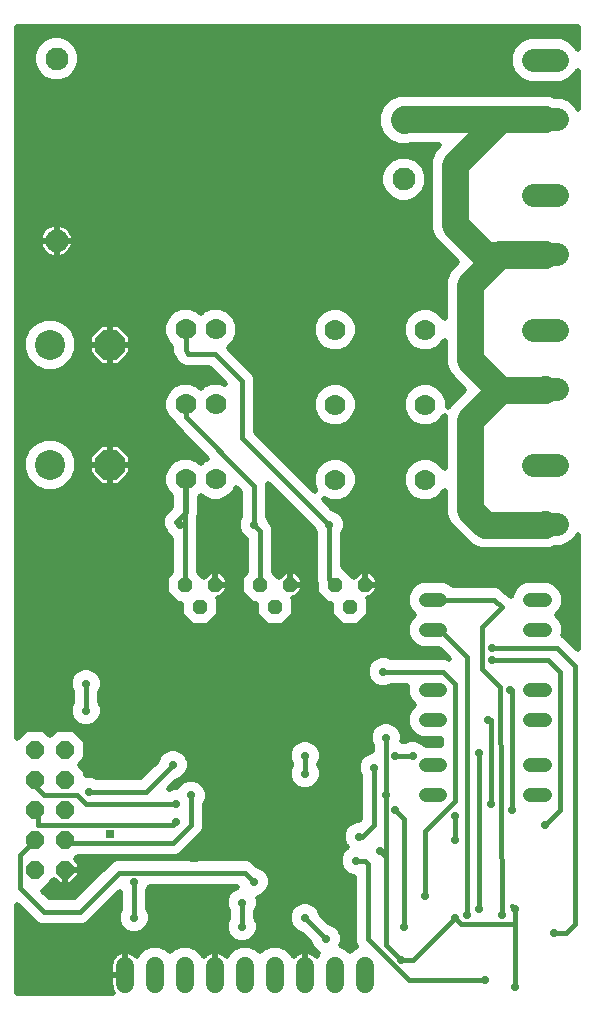
<source format=gbl>
G75*
%MOIN*%
%OFA0B0*%
%FSLAX25Y25*%
%IPPOS*%
%LPD*%
%AMOC8*
5,1,8,0,0,1.08239X$1,22.5*
%
%ADD10C,0.10000*%
%ADD11OC8,0.10000*%
%ADD12C,0.07800*%
%ADD13C,0.06000*%
%ADD14OC8,0.06000*%
%ADD15C,0.04800*%
%ADD16C,0.07000*%
%ADD17OC8,0.04800*%
%ADD18C,0.07600*%
%ADD19C,0.02000*%
%ADD20R,0.02900X0.02900*%
%ADD21C,0.02900*%
%ADD22C,0.01500*%
%ADD23C,0.09000*%
D10*
X0018496Y0182000D03*
X0018496Y0222000D03*
D11*
X0038496Y0222000D03*
X0038496Y0182000D03*
D12*
X0179596Y0181900D02*
X0187396Y0181900D01*
X0187396Y0162100D02*
X0179596Y0162100D01*
X0179596Y0207100D02*
X0187396Y0207100D01*
X0187396Y0226900D02*
X0179596Y0226900D01*
X0179596Y0252100D02*
X0187396Y0252100D01*
X0187396Y0271900D02*
X0179596Y0271900D01*
X0179596Y0297100D02*
X0187396Y0297100D01*
X0187396Y0316900D02*
X0179596Y0316900D01*
D13*
X0123496Y0015000D02*
X0123496Y0009000D01*
X0113496Y0009000D02*
X0113496Y0015000D01*
X0103496Y0015000D02*
X0103496Y0009000D01*
X0093496Y0009000D02*
X0093496Y0015000D01*
X0083496Y0015000D02*
X0083496Y0009000D01*
X0073496Y0009000D02*
X0073496Y0015000D01*
X0063496Y0015000D02*
X0063496Y0009000D01*
X0053496Y0009000D02*
X0053496Y0015000D01*
X0043496Y0015000D02*
X0043496Y0009000D01*
D14*
X0023496Y0047000D03*
X0023496Y0057000D03*
X0023496Y0067000D03*
X0023496Y0077000D03*
X0023496Y0087000D03*
X0013496Y0087000D03*
X0013496Y0077000D03*
X0013496Y0067000D03*
X0013496Y0057000D03*
X0013496Y0047000D03*
D15*
X0143696Y0072000D02*
X0148496Y0072000D01*
X0148496Y0082000D02*
X0143696Y0082000D01*
X0143696Y0097000D02*
X0148496Y0097000D01*
X0148496Y0107000D02*
X0143696Y0107000D01*
X0143696Y0127000D02*
X0148496Y0127000D01*
X0148496Y0137000D02*
X0143696Y0137000D01*
X0178496Y0137000D02*
X0183296Y0137000D01*
X0183296Y0127000D02*
X0178496Y0127000D01*
X0178496Y0107000D02*
X0183296Y0107000D01*
X0183296Y0097000D02*
X0178496Y0097000D01*
X0178496Y0082000D02*
X0183296Y0082000D01*
X0183296Y0072000D02*
X0178496Y0072000D01*
D16*
X0143496Y0177000D03*
X0143496Y0202000D03*
X0143496Y0227000D03*
X0113496Y0227000D03*
X0113496Y0202000D03*
X0113496Y0177000D03*
X0073651Y0177099D03*
X0063651Y0177099D03*
X0063651Y0202099D03*
X0073651Y0202099D03*
X0073651Y0227099D03*
X0063651Y0227099D03*
D17*
X0063496Y0142000D03*
X0068496Y0134500D03*
X0073496Y0142000D03*
X0088496Y0142000D03*
X0093496Y0134500D03*
X0098496Y0142000D03*
X0113496Y0142000D03*
X0118496Y0134500D03*
X0123496Y0142000D03*
D18*
X0136370Y0277157D03*
X0136370Y0296843D03*
X0020622Y0317315D03*
X0020622Y0256685D03*
D19*
X0007496Y0035283D02*
X0007496Y0006000D01*
X0039495Y0006000D01*
X0039219Y0006379D01*
X0038862Y0007081D01*
X0038619Y0007829D01*
X0038496Y0008606D01*
X0038496Y0012000D01*
X0043496Y0012000D01*
X0043496Y0012000D01*
X0043496Y0020000D01*
X0043889Y0020000D01*
X0044666Y0019877D01*
X0045415Y0019634D01*
X0046116Y0019276D01*
X0046753Y0018814D01*
X0047280Y0018286D01*
X0047561Y0018965D01*
X0049530Y0020934D01*
X0052103Y0022000D01*
X0054888Y0022000D01*
X0057461Y0020934D01*
X0058496Y0019899D01*
X0059530Y0020934D01*
X0062103Y0022000D01*
X0064888Y0022000D01*
X0067461Y0020934D01*
X0069430Y0018965D01*
X0069711Y0018286D01*
X0070238Y0018814D01*
X0070875Y0019276D01*
X0071576Y0019634D01*
X0072325Y0019877D01*
X0073102Y0020000D01*
X0073496Y0020000D01*
X0073496Y0012000D01*
X0073496Y0012000D01*
X0073496Y0020000D01*
X0073889Y0020000D01*
X0074666Y0019877D01*
X0075415Y0019634D01*
X0076116Y0019276D01*
X0076753Y0018814D01*
X0077280Y0018286D01*
X0077561Y0018965D01*
X0079530Y0020934D01*
X0082103Y0022000D01*
X0084888Y0022000D01*
X0087461Y0020934D01*
X0088496Y0019899D01*
X0089530Y0020934D01*
X0092103Y0022000D01*
X0094888Y0022000D01*
X0097461Y0020934D01*
X0099430Y0018965D01*
X0099711Y0018286D01*
X0100238Y0018814D01*
X0100875Y0019276D01*
X0101576Y0019634D01*
X0102325Y0019877D01*
X0103102Y0020000D01*
X0103496Y0020000D01*
X0103496Y0012000D01*
X0103496Y0012000D01*
X0103496Y0020000D01*
X0103889Y0020000D01*
X0104666Y0019877D01*
X0105415Y0019634D01*
X0106116Y0019276D01*
X0106753Y0018814D01*
X0107280Y0018286D01*
X0107561Y0018965D01*
X0107810Y0019214D01*
X0107408Y0019380D01*
X0105875Y0020913D01*
X0105175Y0022603D01*
X0102098Y0025680D01*
X0100408Y0026380D01*
X0098875Y0027913D01*
X0098046Y0029916D01*
X0098046Y0032084D01*
X0098875Y0034087D01*
X0100408Y0035620D01*
X0102412Y0036450D01*
X0104580Y0036450D01*
X0106583Y0035620D01*
X0108116Y0034087D01*
X0108816Y0032397D01*
X0111893Y0029320D01*
X0113583Y0028620D01*
X0115116Y0027087D01*
X0115946Y0025084D01*
X0115946Y0022916D01*
X0115467Y0021760D01*
X0117461Y0020934D01*
X0118496Y0019899D01*
X0119530Y0020934D01*
X0120464Y0021321D01*
X0119746Y0023055D01*
X0119746Y0044550D01*
X0119412Y0044550D01*
X0117408Y0045380D01*
X0115875Y0046913D01*
X0115046Y0048916D01*
X0115046Y0051084D01*
X0115875Y0053087D01*
X0117288Y0054500D01*
X0116875Y0054913D01*
X0116046Y0056916D01*
X0116046Y0059084D01*
X0116875Y0061087D01*
X0118408Y0062620D01*
X0120412Y0063450D01*
X0121228Y0063450D01*
X0121746Y0063968D01*
X0121746Y0078226D01*
X0121046Y0079916D01*
X0121046Y0082084D01*
X0121875Y0084087D01*
X0123408Y0085620D01*
X0125412Y0086450D01*
X0125746Y0086450D01*
X0125746Y0088226D01*
X0125046Y0089916D01*
X0125046Y0092084D01*
X0125875Y0094087D01*
X0127408Y0095620D01*
X0129412Y0096450D01*
X0131580Y0096450D01*
X0133583Y0095620D01*
X0135116Y0094087D01*
X0135946Y0092084D01*
X0135946Y0089916D01*
X0135905Y0089818D01*
X0136070Y0089750D01*
X0136722Y0089750D01*
X0138412Y0090450D01*
X0140580Y0090450D01*
X0142583Y0089620D01*
X0143803Y0088400D01*
X0148746Y0088400D01*
X0148746Y0090600D01*
X0142423Y0090600D01*
X0140070Y0091574D01*
X0138270Y0093375D01*
X0137296Y0095727D01*
X0137296Y0098273D01*
X0138270Y0100625D01*
X0139645Y0102000D01*
X0138270Y0103375D01*
X0137296Y0105727D01*
X0137296Y0108250D01*
X0132270Y0108250D01*
X0130580Y0107550D01*
X0128412Y0107550D01*
X0126408Y0108380D01*
X0124875Y0109913D01*
X0124046Y0111916D01*
X0124046Y0114084D01*
X0124875Y0116087D01*
X0126408Y0117620D01*
X0128412Y0118450D01*
X0130580Y0118450D01*
X0132270Y0117750D01*
X0150441Y0117750D01*
X0151444Y0117334D01*
X0148178Y0120600D01*
X0142423Y0120600D01*
X0140070Y0121574D01*
X0138270Y0123375D01*
X0137296Y0125727D01*
X0137296Y0128273D01*
X0138270Y0130625D01*
X0139645Y0132000D01*
X0138270Y0133375D01*
X0137296Y0135727D01*
X0137296Y0138273D01*
X0138270Y0140625D01*
X0140070Y0142426D01*
X0142423Y0143400D01*
X0149769Y0143400D01*
X0152121Y0142426D01*
X0152797Y0141750D01*
X0167441Y0141750D01*
X0169186Y0141027D01*
X0170523Y0139691D01*
X0172096Y0138117D01*
X0172096Y0138273D01*
X0173070Y0140625D01*
X0174870Y0142426D01*
X0177223Y0143400D01*
X0184569Y0143400D01*
X0186921Y0142426D01*
X0188721Y0140625D01*
X0189696Y0138273D01*
X0189696Y0135727D01*
X0188721Y0133375D01*
X0187347Y0132000D01*
X0188721Y0130625D01*
X0189696Y0128273D01*
X0189696Y0125727D01*
X0189520Y0125303D01*
X0190186Y0125027D01*
X0191523Y0123691D01*
X0194496Y0120717D01*
X0194496Y0158597D01*
X0194093Y0157625D01*
X0191871Y0155403D01*
X0188967Y0154200D01*
X0186776Y0154200D01*
X0185086Y0153500D01*
X0161805Y0153500D01*
X0158681Y0154794D01*
X0156290Y0157185D01*
X0151290Y0162185D01*
X0149996Y0165309D01*
X0149996Y0173094D01*
X0149854Y0172752D01*
X0147744Y0170642D01*
X0144988Y0169500D01*
X0142004Y0169500D01*
X0139247Y0170642D01*
X0137137Y0172752D01*
X0135996Y0175508D01*
X0135996Y0178492D01*
X0137137Y0181248D01*
X0139247Y0183358D01*
X0142004Y0184500D01*
X0144988Y0184500D01*
X0147744Y0183358D01*
X0149854Y0181248D01*
X0149996Y0180906D01*
X0149996Y0198094D01*
X0149854Y0197752D01*
X0147744Y0195642D01*
X0144988Y0194500D01*
X0142004Y0194500D01*
X0139247Y0195642D01*
X0137137Y0197752D01*
X0135996Y0200508D01*
X0135996Y0203492D01*
X0137137Y0206248D01*
X0139247Y0208358D01*
X0142004Y0209500D01*
X0144988Y0209500D01*
X0147744Y0208358D01*
X0149854Y0206248D01*
X0150996Y0203492D01*
X0150996Y0201105D01*
X0151290Y0201815D01*
X0153681Y0204206D01*
X0156475Y0207000D01*
X0151290Y0212185D01*
X0149996Y0215309D01*
X0149996Y0223094D01*
X0149854Y0222752D01*
X0147744Y0220642D01*
X0144988Y0219500D01*
X0142004Y0219500D01*
X0139247Y0220642D01*
X0137137Y0222752D01*
X0135996Y0225508D01*
X0135996Y0228492D01*
X0137137Y0231248D01*
X0139247Y0233358D01*
X0142004Y0234500D01*
X0144988Y0234500D01*
X0147744Y0233358D01*
X0149854Y0231248D01*
X0149996Y0230906D01*
X0149996Y0243691D01*
X0151290Y0246815D01*
X0153681Y0249206D01*
X0153975Y0249500D01*
X0146290Y0257185D01*
X0144996Y0260309D01*
X0144996Y0283691D01*
X0146290Y0286815D01*
X0148075Y0288600D01*
X0138682Y0288600D01*
X0138060Y0288343D01*
X0134679Y0288343D01*
X0131555Y0289637D01*
X0129164Y0292028D01*
X0127870Y0295152D01*
X0127870Y0298791D01*
X0129164Y0301915D01*
X0131555Y0304306D01*
X0134679Y0305600D01*
X0185186Y0305600D01*
X0186635Y0305000D01*
X0188967Y0305000D01*
X0191871Y0303797D01*
X0194093Y0301575D01*
X0194496Y0300603D01*
X0194496Y0313397D01*
X0194093Y0312425D01*
X0191871Y0310203D01*
X0188967Y0309000D01*
X0178024Y0309000D01*
X0175121Y0310203D01*
X0172898Y0312425D01*
X0171696Y0315329D01*
X0171696Y0318471D01*
X0172898Y0321375D01*
X0175121Y0323597D01*
X0178024Y0324800D01*
X0188967Y0324800D01*
X0191871Y0323597D01*
X0194093Y0321375D01*
X0194496Y0320403D01*
X0194496Y0328000D01*
X0007496Y0328000D01*
X0007496Y0090899D01*
X0010596Y0094000D01*
X0016395Y0094000D01*
X0018496Y0091899D01*
X0020596Y0094000D01*
X0026395Y0094000D01*
X0030496Y0089899D01*
X0030496Y0084101D01*
X0028395Y0082000D01*
X0030496Y0079899D01*
X0030496Y0078450D01*
X0032580Y0078450D01*
X0034270Y0077750D01*
X0048528Y0077750D01*
X0054175Y0083397D01*
X0054875Y0085087D01*
X0056408Y0086620D01*
X0058412Y0087450D01*
X0060580Y0087450D01*
X0062583Y0086620D01*
X0064116Y0085087D01*
X0064946Y0083084D01*
X0064946Y0080916D01*
X0064116Y0078913D01*
X0062583Y0077380D01*
X0060893Y0076680D01*
X0058134Y0073921D01*
X0059412Y0074450D01*
X0060694Y0074450D01*
X0060875Y0074887D01*
X0062408Y0076420D01*
X0064412Y0077250D01*
X0066580Y0077250D01*
X0068583Y0076420D01*
X0070116Y0074887D01*
X0070946Y0072884D01*
X0070946Y0070716D01*
X0070246Y0069026D01*
X0070246Y0061055D01*
X0069523Y0059309D01*
X0063523Y0053309D01*
X0062186Y0051973D01*
X0060441Y0051250D01*
X0027645Y0051250D01*
X0026981Y0050586D01*
X0028496Y0049071D01*
X0028496Y0047000D01*
X0023496Y0047000D01*
X0023496Y0047000D01*
X0028496Y0047000D01*
X0028496Y0044929D01*
X0025567Y0042000D01*
X0023496Y0042000D01*
X0023496Y0047000D01*
X0023496Y0047000D01*
X0023496Y0042000D01*
X0021425Y0042000D01*
X0019910Y0043515D01*
X0016395Y0040000D01*
X0016213Y0040000D01*
X0018463Y0037750D01*
X0026528Y0037750D01*
X0038805Y0050027D01*
X0040551Y0050750D01*
X0084441Y0050750D01*
X0086186Y0050027D01*
X0087523Y0048691D01*
X0087893Y0048320D01*
X0089583Y0047620D01*
X0091116Y0046087D01*
X0091946Y0044084D01*
X0091946Y0041916D01*
X0091116Y0039913D01*
X0089583Y0038380D01*
X0087727Y0037611D01*
X0087946Y0037084D01*
X0087946Y0034916D01*
X0087246Y0033226D01*
X0087246Y0030774D01*
X0087946Y0029084D01*
X0087946Y0026916D01*
X0087116Y0024913D01*
X0085583Y0023380D01*
X0083580Y0022550D01*
X0081412Y0022550D01*
X0079408Y0023380D01*
X0077875Y0024913D01*
X0077046Y0026916D01*
X0077046Y0029084D01*
X0077746Y0030774D01*
X0077746Y0033226D01*
X0077046Y0034916D01*
X0077046Y0037084D01*
X0077875Y0039087D01*
X0079408Y0040620D01*
X0080929Y0041250D01*
X0051670Y0041250D01*
X0051246Y0040226D01*
X0051246Y0033774D01*
X0051946Y0032084D01*
X0051946Y0029916D01*
X0051116Y0027913D01*
X0049583Y0026380D01*
X0047580Y0025550D01*
X0045412Y0025550D01*
X0043408Y0026380D01*
X0041875Y0027913D01*
X0041046Y0029916D01*
X0041046Y0032084D01*
X0041746Y0033774D01*
X0041746Y0039533D01*
X0032523Y0030309D01*
X0031186Y0028973D01*
X0029441Y0028250D01*
X0015551Y0028250D01*
X0013805Y0028973D01*
X0007496Y0035283D01*
X0007496Y0033976D02*
X0008802Y0033976D01*
X0007496Y0031978D02*
X0010800Y0031978D01*
X0012799Y0029979D02*
X0007496Y0029979D01*
X0007496Y0027981D02*
X0041847Y0027981D01*
X0041046Y0029979D02*
X0032192Y0029979D01*
X0034191Y0031978D02*
X0041046Y0031978D01*
X0041746Y0033976D02*
X0036189Y0033976D01*
X0038188Y0035975D02*
X0041746Y0035975D01*
X0041746Y0037973D02*
X0040186Y0037973D01*
X0034745Y0045967D02*
X0028496Y0045967D01*
X0028496Y0047966D02*
X0036744Y0047966D01*
X0038742Y0049964D02*
X0027602Y0049964D01*
X0027535Y0043969D02*
X0032747Y0043969D01*
X0030748Y0041970D02*
X0018365Y0041970D01*
X0016241Y0039972D02*
X0028750Y0039972D01*
X0026751Y0037973D02*
X0018240Y0037973D01*
X0023496Y0043969D02*
X0023496Y0043969D01*
X0023496Y0045967D02*
X0023496Y0045967D01*
X0007496Y0025982D02*
X0044368Y0025982D01*
X0048623Y0025982D02*
X0077432Y0025982D01*
X0077046Y0027981D02*
X0051144Y0027981D01*
X0051946Y0029979D02*
X0077416Y0029979D01*
X0077746Y0031978D02*
X0051946Y0031978D01*
X0051246Y0033976D02*
X0077435Y0033976D01*
X0077046Y0035975D02*
X0051246Y0035975D01*
X0051246Y0037973D02*
X0077414Y0037973D01*
X0078760Y0039972D02*
X0051246Y0039972D01*
X0062161Y0051963D02*
X0115410Y0051963D01*
X0115046Y0049964D02*
X0086249Y0049964D01*
X0088749Y0047966D02*
X0115439Y0047966D01*
X0116821Y0045967D02*
X0091166Y0045967D01*
X0091946Y0043969D02*
X0119746Y0043969D01*
X0119746Y0041970D02*
X0091946Y0041970D01*
X0091140Y0039972D02*
X0119746Y0039972D01*
X0119746Y0037973D02*
X0088601Y0037973D01*
X0087946Y0035975D02*
X0101264Y0035975D01*
X0098829Y0033976D02*
X0087556Y0033976D01*
X0087246Y0031978D02*
X0098046Y0031978D01*
X0098046Y0029979D02*
X0087575Y0029979D01*
X0087946Y0027981D02*
X0098847Y0027981D01*
X0101368Y0025982D02*
X0087559Y0025982D01*
X0086187Y0023984D02*
X0103795Y0023984D01*
X0105431Y0021985D02*
X0094924Y0021985D01*
X0092067Y0021985D02*
X0084924Y0021985D01*
X0082067Y0021985D02*
X0064924Y0021985D01*
X0068409Y0019987D02*
X0073018Y0019987D01*
X0073496Y0019987D02*
X0073496Y0019987D01*
X0073974Y0019987D02*
X0078583Y0019987D01*
X0078805Y0023984D02*
X0007496Y0023984D01*
X0007496Y0021985D02*
X0052067Y0021985D01*
X0048583Y0019987D02*
X0043974Y0019987D01*
X0043496Y0019987D02*
X0043496Y0019987D01*
X0043496Y0020000D02*
X0043102Y0020000D01*
X0042325Y0019877D01*
X0041576Y0019634D01*
X0040875Y0019276D01*
X0040238Y0018814D01*
X0039682Y0018257D01*
X0039219Y0017621D01*
X0038862Y0016919D01*
X0038619Y0016171D01*
X0038496Y0015394D01*
X0038496Y0012000D01*
X0043496Y0012000D01*
X0043496Y0020000D01*
X0043018Y0019987D02*
X0007496Y0019987D01*
X0007496Y0017988D02*
X0039486Y0017988D01*
X0038590Y0015990D02*
X0007496Y0015990D01*
X0007496Y0013991D02*
X0038496Y0013991D01*
X0038496Y0011993D02*
X0007496Y0011993D01*
X0007496Y0009994D02*
X0038496Y0009994D01*
X0038592Y0007996D02*
X0007496Y0007996D01*
X0043496Y0012000D02*
X0043496Y0012000D01*
X0043496Y0013991D02*
X0043496Y0013991D01*
X0043496Y0015990D02*
X0043496Y0015990D01*
X0043496Y0017988D02*
X0043496Y0017988D01*
X0054924Y0021985D02*
X0062067Y0021985D01*
X0058583Y0019987D02*
X0058409Y0019987D01*
X0073496Y0017988D02*
X0073496Y0017988D01*
X0073496Y0015990D02*
X0073496Y0015990D01*
X0073496Y0013991D02*
X0073496Y0013991D01*
X0088409Y0019987D02*
X0088583Y0019987D01*
X0098409Y0019987D02*
X0103018Y0019987D01*
X0103496Y0019987D02*
X0103496Y0019987D01*
X0103974Y0019987D02*
X0106802Y0019987D01*
X0103496Y0017988D02*
X0103496Y0017988D01*
X0103496Y0015990D02*
X0103496Y0015990D01*
X0103496Y0013991D02*
X0103496Y0013991D01*
X0111234Y0029979D02*
X0119746Y0029979D01*
X0119746Y0027981D02*
X0114222Y0027981D01*
X0115574Y0025982D02*
X0119746Y0025982D01*
X0119746Y0023984D02*
X0115946Y0023984D01*
X0115560Y0021985D02*
X0120189Y0021985D01*
X0118583Y0019987D02*
X0118409Y0019987D01*
X0119746Y0031978D02*
X0109235Y0031978D01*
X0108162Y0033976D02*
X0119746Y0033976D01*
X0119746Y0035975D02*
X0105727Y0035975D01*
X0116750Y0053961D02*
X0064174Y0053961D01*
X0066173Y0055960D02*
X0116442Y0055960D01*
X0116046Y0057958D02*
X0068171Y0057958D01*
X0069791Y0059957D02*
X0116407Y0059957D01*
X0117744Y0061955D02*
X0070246Y0061955D01*
X0070246Y0063954D02*
X0121732Y0063954D01*
X0121746Y0065952D02*
X0070246Y0065952D01*
X0070246Y0067951D02*
X0121746Y0067951D01*
X0121746Y0069949D02*
X0070628Y0069949D01*
X0070946Y0071948D02*
X0121746Y0071948D01*
X0121746Y0073946D02*
X0105537Y0073946D01*
X0104580Y0073550D02*
X0106583Y0074380D01*
X0108116Y0075913D01*
X0108946Y0077916D01*
X0108946Y0080084D01*
X0108246Y0081774D01*
X0108246Y0082226D01*
X0108946Y0083916D01*
X0108946Y0086084D01*
X0108116Y0088087D01*
X0106583Y0089620D01*
X0104580Y0090450D01*
X0102412Y0090450D01*
X0100408Y0089620D01*
X0098875Y0088087D01*
X0098046Y0086084D01*
X0098046Y0083916D01*
X0098746Y0082226D01*
X0098746Y0081774D01*
X0098046Y0080084D01*
X0098046Y0077916D01*
X0098875Y0075913D01*
X0100408Y0074380D01*
X0102412Y0073550D01*
X0104580Y0073550D01*
X0108129Y0075945D02*
X0121746Y0075945D01*
X0121746Y0077943D02*
X0108946Y0077943D01*
X0108946Y0079942D02*
X0121046Y0079942D01*
X0121046Y0081940D02*
X0108246Y0081940D01*
X0108946Y0083939D02*
X0121814Y0083939D01*
X0124174Y0085937D02*
X0108946Y0085937D01*
X0108179Y0087936D02*
X0125746Y0087936D01*
X0125046Y0089934D02*
X0105824Y0089934D01*
X0101167Y0089934D02*
X0030461Y0089934D01*
X0030496Y0087936D02*
X0098813Y0087936D01*
X0098046Y0085937D02*
X0063266Y0085937D01*
X0064592Y0083939D02*
X0098046Y0083939D01*
X0098746Y0081940D02*
X0064946Y0081940D01*
X0064542Y0079942D02*
X0098046Y0079942D01*
X0098046Y0077943D02*
X0063147Y0077943D01*
X0061933Y0075945D02*
X0060158Y0075945D01*
X0058196Y0073946D02*
X0058160Y0073946D01*
X0052719Y0081940D02*
X0028455Y0081940D01*
X0030334Y0083939D02*
X0054400Y0083939D01*
X0055726Y0085937D02*
X0030496Y0085937D01*
X0030453Y0079942D02*
X0050720Y0079942D01*
X0048722Y0077943D02*
X0033803Y0077943D01*
X0028462Y0091933D02*
X0125046Y0091933D01*
X0125811Y0093932D02*
X0026464Y0093932D01*
X0027408Y0095380D02*
X0025875Y0096913D01*
X0025046Y0098916D01*
X0025046Y0101084D01*
X0025746Y0102774D01*
X0025746Y0106226D01*
X0025046Y0107916D01*
X0025046Y0110084D01*
X0025875Y0112087D01*
X0027408Y0113620D01*
X0029412Y0114450D01*
X0031580Y0114450D01*
X0033583Y0113620D01*
X0035116Y0112087D01*
X0035946Y0110084D01*
X0035946Y0107916D01*
X0035246Y0106226D01*
X0035246Y0102774D01*
X0035946Y0101084D01*
X0035946Y0098916D01*
X0035116Y0096913D01*
X0033583Y0095380D01*
X0031580Y0094550D01*
X0029412Y0094550D01*
X0027408Y0095380D01*
X0026858Y0095930D02*
X0007496Y0095930D01*
X0007496Y0093932D02*
X0010528Y0093932D01*
X0008529Y0091933D02*
X0007496Y0091933D01*
X0007496Y0097929D02*
X0025455Y0097929D01*
X0025046Y0099927D02*
X0007496Y0099927D01*
X0007496Y0101926D02*
X0025394Y0101926D01*
X0025746Y0103924D02*
X0007496Y0103924D01*
X0007496Y0105923D02*
X0025746Y0105923D01*
X0025046Y0107921D02*
X0007496Y0107921D01*
X0007496Y0109920D02*
X0025046Y0109920D01*
X0025805Y0111918D02*
X0007496Y0111918D01*
X0007496Y0113917D02*
X0028124Y0113917D01*
X0032867Y0113917D02*
X0124046Y0113917D01*
X0124046Y0111918D02*
X0035186Y0111918D01*
X0035946Y0109920D02*
X0124873Y0109920D01*
X0127516Y0107921D02*
X0035946Y0107921D01*
X0035246Y0105923D02*
X0137296Y0105923D01*
X0137296Y0107921D02*
X0131476Y0107921D01*
X0138042Y0103924D02*
X0035246Y0103924D01*
X0035597Y0101926D02*
X0139570Y0101926D01*
X0137981Y0099927D02*
X0035946Y0099927D01*
X0035537Y0097929D02*
X0137296Y0097929D01*
X0137296Y0095930D02*
X0132835Y0095930D01*
X0135180Y0093932D02*
X0138039Y0093932D01*
X0139712Y0091933D02*
X0135946Y0091933D01*
X0135946Y0089934D02*
X0137167Y0089934D01*
X0141824Y0089934D02*
X0148746Y0089934D01*
X0150864Y0117914D02*
X0131875Y0117914D01*
X0137296Y0125908D02*
X0007496Y0125908D01*
X0007496Y0127906D02*
X0137296Y0127906D01*
X0137972Y0129905D02*
X0122951Y0129905D01*
X0121147Y0128100D02*
X0124896Y0131849D01*
X0124896Y0137151D01*
X0124447Y0137600D01*
X0125318Y0137600D01*
X0127896Y0140177D01*
X0127896Y0142000D01*
X0127896Y0143823D01*
X0125318Y0146400D01*
X0123496Y0146400D01*
X0123496Y0142000D01*
X0127896Y0142000D01*
X0123496Y0142000D01*
X0123496Y0142000D01*
X0123496Y0142000D01*
X0123496Y0146400D01*
X0121673Y0146400D01*
X0119896Y0144623D01*
X0119896Y0144651D01*
X0116246Y0148301D01*
X0116246Y0159226D01*
X0116946Y0160916D01*
X0116946Y0163084D01*
X0116116Y0165087D01*
X0114583Y0166620D01*
X0112893Y0167320D01*
X0109801Y0170413D01*
X0112004Y0169500D01*
X0114988Y0169500D01*
X0117744Y0170642D01*
X0119854Y0172752D01*
X0120996Y0175508D01*
X0120996Y0178492D01*
X0119854Y0181248D01*
X0117744Y0183358D01*
X0114988Y0184500D01*
X0112004Y0184500D01*
X0109247Y0183358D01*
X0107137Y0181248D01*
X0105996Y0178492D01*
X0105996Y0175508D01*
X0106908Y0173305D01*
X0087246Y0192968D01*
X0087246Y0210945D01*
X0086523Y0212691D01*
X0078186Y0221027D01*
X0080009Y0222851D01*
X0081151Y0225607D01*
X0081151Y0228591D01*
X0080009Y0231348D01*
X0077899Y0233457D01*
X0075143Y0234599D01*
X0072159Y0234599D01*
X0069402Y0233457D01*
X0068651Y0232706D01*
X0067899Y0233457D01*
X0065143Y0234599D01*
X0062159Y0234599D01*
X0059402Y0233457D01*
X0057293Y0231348D01*
X0056151Y0228591D01*
X0056151Y0225607D01*
X0057293Y0222851D01*
X0058901Y0221243D01*
X0058901Y0220521D01*
X0058812Y0219950D01*
X0058901Y0219585D01*
X0058901Y0219210D01*
X0059122Y0218676D01*
X0059259Y0218114D01*
X0059480Y0217811D01*
X0059624Y0217464D01*
X0060033Y0217055D01*
X0060325Y0216656D01*
X0060469Y0216309D01*
X0060878Y0215900D01*
X0061220Y0215433D01*
X0061540Y0215238D01*
X0061805Y0214973D01*
X0062340Y0214752D01*
X0062834Y0214451D01*
X0063204Y0214393D01*
X0063551Y0214250D01*
X0064129Y0214250D01*
X0064701Y0214161D01*
X0065066Y0214250D01*
X0071528Y0214250D01*
X0076912Y0208866D01*
X0075143Y0209599D01*
X0072159Y0209599D01*
X0069402Y0208457D01*
X0068651Y0207706D01*
X0067899Y0208457D01*
X0065143Y0209599D01*
X0062159Y0209599D01*
X0059402Y0208457D01*
X0057293Y0206348D01*
X0056151Y0203591D01*
X0056151Y0200607D01*
X0057293Y0197851D01*
X0059366Y0195778D01*
X0059624Y0195154D01*
X0070759Y0184019D01*
X0069402Y0183457D01*
X0068651Y0182706D01*
X0067899Y0183457D01*
X0065143Y0184599D01*
X0062159Y0184599D01*
X0059402Y0183457D01*
X0057293Y0181348D01*
X0056151Y0178591D01*
X0056151Y0175607D01*
X0057293Y0172851D01*
X0058746Y0171398D01*
X0058746Y0167968D01*
X0057805Y0167027D01*
X0056469Y0165691D01*
X0055746Y0163945D01*
X0055746Y0162055D01*
X0056469Y0160309D01*
X0056700Y0160079D01*
X0057182Y0158913D01*
X0058716Y0157380D01*
X0058746Y0157367D01*
X0058746Y0146301D01*
X0057096Y0144651D01*
X0057096Y0139349D01*
X0060845Y0135600D01*
X0062096Y0135600D01*
X0062096Y0131849D01*
X0065845Y0128100D01*
X0071147Y0128100D01*
X0074896Y0131849D01*
X0074896Y0137151D01*
X0074447Y0137600D01*
X0075318Y0137600D01*
X0077896Y0140177D01*
X0077896Y0142000D01*
X0077896Y0143823D01*
X0075318Y0146400D01*
X0073496Y0146400D01*
X0073496Y0142000D01*
X0077896Y0142000D01*
X0073496Y0142000D01*
X0073496Y0142000D01*
X0073496Y0142000D01*
X0073496Y0146400D01*
X0071673Y0146400D01*
X0069896Y0144623D01*
X0069896Y0144651D01*
X0068246Y0146301D01*
X0068246Y0164836D01*
X0068401Y0165210D01*
X0068401Y0171243D01*
X0068651Y0171493D01*
X0069402Y0170741D01*
X0072159Y0169599D01*
X0075143Y0169599D01*
X0077899Y0170741D01*
X0080009Y0172851D01*
X0080571Y0174207D01*
X0081746Y0173032D01*
X0081746Y0164774D01*
X0081046Y0163084D01*
X0081046Y0160916D01*
X0081875Y0158913D01*
X0083408Y0157380D01*
X0083746Y0157240D01*
X0083746Y0146301D01*
X0082096Y0144651D01*
X0082096Y0139349D01*
X0085845Y0135600D01*
X0087096Y0135600D01*
X0087096Y0131849D01*
X0090845Y0128100D01*
X0096147Y0128100D01*
X0099896Y0131849D01*
X0099896Y0137151D01*
X0099447Y0137600D01*
X0100318Y0137600D01*
X0102896Y0140177D01*
X0102896Y0142000D01*
X0102896Y0143823D01*
X0100318Y0146400D01*
X0098496Y0146400D01*
X0098496Y0142000D01*
X0102896Y0142000D01*
X0098496Y0142000D01*
X0098496Y0142000D01*
X0098496Y0142000D01*
X0098496Y0146400D01*
X0096673Y0146400D01*
X0094896Y0144623D01*
X0094896Y0144651D01*
X0093246Y0146301D01*
X0093246Y0160945D01*
X0092523Y0162691D01*
X0091816Y0163397D01*
X0091246Y0164774D01*
X0091246Y0175533D01*
X0106175Y0160603D01*
X0106746Y0159226D01*
X0106746Y0143055D01*
X0107096Y0142210D01*
X0107096Y0139349D01*
X0110845Y0135600D01*
X0112096Y0135600D01*
X0112096Y0131849D01*
X0115845Y0128100D01*
X0121147Y0128100D01*
X0124896Y0131903D02*
X0139548Y0131903D01*
X0138052Y0133902D02*
X0124896Y0133902D01*
X0124896Y0135900D02*
X0137296Y0135900D01*
X0137296Y0137899D02*
X0125617Y0137899D01*
X0127615Y0139897D02*
X0137968Y0139897D01*
X0139540Y0141896D02*
X0127896Y0141896D01*
X0127824Y0143894D02*
X0194496Y0143894D01*
X0194496Y0141896D02*
X0187451Y0141896D01*
X0189023Y0139897D02*
X0194496Y0139897D01*
X0194496Y0137899D02*
X0189696Y0137899D01*
X0189696Y0135900D02*
X0194496Y0135900D01*
X0194496Y0133902D02*
X0188940Y0133902D01*
X0187443Y0131903D02*
X0194496Y0131903D01*
X0194496Y0129905D02*
X0189020Y0129905D01*
X0189696Y0127906D02*
X0194496Y0127906D01*
X0194496Y0125908D02*
X0189696Y0125908D01*
X0191304Y0123909D02*
X0194496Y0123909D01*
X0194496Y0121911D02*
X0193302Y0121911D01*
X0194496Y0145893D02*
X0125825Y0145893D01*
X0123496Y0145893D02*
X0123496Y0145893D01*
X0123496Y0143894D02*
X0123496Y0143894D01*
X0121166Y0145893D02*
X0118654Y0145893D01*
X0116655Y0147891D02*
X0194496Y0147891D01*
X0194496Y0149890D02*
X0116246Y0149890D01*
X0116246Y0151888D02*
X0194496Y0151888D01*
X0194496Y0153887D02*
X0186020Y0153887D01*
X0192353Y0155885D02*
X0194496Y0155885D01*
X0194496Y0157884D02*
X0194200Y0157884D01*
X0174340Y0141896D02*
X0152651Y0141896D01*
X0160871Y0153887D02*
X0116246Y0153887D01*
X0116246Y0155885D02*
X0157589Y0155885D01*
X0155591Y0157884D02*
X0116246Y0157884D01*
X0116518Y0159882D02*
X0153592Y0159882D01*
X0151594Y0161881D02*
X0116946Y0161881D01*
X0116616Y0163879D02*
X0150588Y0163879D01*
X0149996Y0165878D02*
X0115325Y0165878D01*
X0115893Y0169875D02*
X0141099Y0169875D01*
X0138016Y0171873D02*
X0118976Y0171873D01*
X0120318Y0173872D02*
X0136673Y0173872D01*
X0135996Y0175870D02*
X0120996Y0175870D01*
X0120996Y0177869D02*
X0135996Y0177869D01*
X0136565Y0179868D02*
X0120426Y0179868D01*
X0119236Y0181866D02*
X0137755Y0181866D01*
X0140470Y0183865D02*
X0116522Y0183865D01*
X0110470Y0183865D02*
X0096349Y0183865D01*
X0094350Y0185863D02*
X0149996Y0185863D01*
X0149996Y0183865D02*
X0146522Y0183865D01*
X0149236Y0181866D02*
X0149996Y0181866D01*
X0149996Y0187862D02*
X0092352Y0187862D01*
X0090353Y0189860D02*
X0149996Y0189860D01*
X0149996Y0191859D02*
X0088355Y0191859D01*
X0087246Y0193857D02*
X0149996Y0193857D01*
X0149996Y0195856D02*
X0147958Y0195856D01*
X0149896Y0197854D02*
X0149996Y0197854D01*
X0150996Y0201851D02*
X0151326Y0201851D01*
X0150847Y0203850D02*
X0153324Y0203850D01*
X0155323Y0205848D02*
X0150020Y0205848D01*
X0148256Y0207847D02*
X0155628Y0207847D01*
X0153630Y0209845D02*
X0087246Y0209845D01*
X0087246Y0207847D02*
X0108736Y0207847D01*
X0109247Y0208358D02*
X0107137Y0206248D01*
X0105996Y0203492D01*
X0105996Y0200508D01*
X0107137Y0197752D01*
X0109247Y0195642D01*
X0112004Y0194500D01*
X0114988Y0194500D01*
X0117744Y0195642D01*
X0119854Y0197752D01*
X0120996Y0200508D01*
X0120996Y0203492D01*
X0119854Y0206248D01*
X0117744Y0208358D01*
X0114988Y0209500D01*
X0112004Y0209500D01*
X0109247Y0208358D01*
X0106972Y0205848D02*
X0087246Y0205848D01*
X0087246Y0203850D02*
X0106144Y0203850D01*
X0105996Y0201851D02*
X0087246Y0201851D01*
X0087246Y0199853D02*
X0106267Y0199853D01*
X0107095Y0197854D02*
X0087246Y0197854D01*
X0087246Y0195856D02*
X0109033Y0195856D01*
X0117958Y0195856D02*
X0139033Y0195856D01*
X0137095Y0197854D02*
X0119896Y0197854D01*
X0120724Y0199853D02*
X0136267Y0199853D01*
X0135996Y0201851D02*
X0120996Y0201851D01*
X0120847Y0203850D02*
X0136144Y0203850D01*
X0136972Y0205848D02*
X0120020Y0205848D01*
X0118256Y0207847D02*
X0138736Y0207847D01*
X0141188Y0219838D02*
X0115803Y0219838D01*
X0114988Y0219500D02*
X0117744Y0220642D01*
X0119854Y0222752D01*
X0120996Y0225508D01*
X0120996Y0228492D01*
X0119854Y0231248D01*
X0117744Y0233358D01*
X0114988Y0234500D01*
X0112004Y0234500D01*
X0109247Y0233358D01*
X0107137Y0231248D01*
X0105996Y0228492D01*
X0105996Y0225508D01*
X0107137Y0222752D01*
X0109247Y0220642D01*
X0112004Y0219500D01*
X0114988Y0219500D01*
X0111188Y0219838D02*
X0079375Y0219838D01*
X0078994Y0221836D02*
X0108053Y0221836D01*
X0106689Y0223835D02*
X0080417Y0223835D01*
X0081151Y0225833D02*
X0105996Y0225833D01*
X0105996Y0227832D02*
X0081151Y0227832D01*
X0080637Y0229830D02*
X0106550Y0229830D01*
X0107718Y0231829D02*
X0079528Y0231829D01*
X0077006Y0233827D02*
X0110380Y0233827D01*
X0116611Y0233827D02*
X0140380Y0233827D01*
X0137718Y0231829D02*
X0119273Y0231829D01*
X0120441Y0229830D02*
X0136550Y0229830D01*
X0135996Y0227832D02*
X0120996Y0227832D01*
X0120996Y0225833D02*
X0135996Y0225833D01*
X0136689Y0223835D02*
X0120303Y0223835D01*
X0118939Y0221836D02*
X0138053Y0221836D01*
X0145803Y0219838D02*
X0149996Y0219838D01*
X0149996Y0221836D02*
X0148939Y0221836D01*
X0149996Y0217839D02*
X0081374Y0217839D01*
X0083372Y0215841D02*
X0149996Y0215841D01*
X0150603Y0213842D02*
X0085371Y0213842D01*
X0086873Y0211844D02*
X0151631Y0211844D01*
X0149996Y0231829D02*
X0149273Y0231829D01*
X0149996Y0233827D02*
X0146611Y0233827D01*
X0149996Y0235826D02*
X0007496Y0235826D01*
X0007496Y0237824D02*
X0149996Y0237824D01*
X0149996Y0239823D02*
X0007496Y0239823D01*
X0007496Y0241821D02*
X0149996Y0241821D01*
X0150049Y0243820D02*
X0007496Y0243820D01*
X0007496Y0245818D02*
X0150877Y0245818D01*
X0152292Y0247817D02*
X0007496Y0247817D01*
X0007496Y0249815D02*
X0153659Y0249815D01*
X0151661Y0251814D02*
X0023785Y0251814D01*
X0023662Y0251724D02*
X0024400Y0252261D01*
X0025046Y0252907D01*
X0025582Y0253645D01*
X0025997Y0254459D01*
X0026279Y0255327D01*
X0026422Y0256229D01*
X0026422Y0256685D01*
X0026422Y0257142D01*
X0026279Y0258043D01*
X0025997Y0258911D01*
X0025582Y0259725D01*
X0025046Y0260463D01*
X0024400Y0261109D01*
X0023662Y0261646D01*
X0022848Y0262060D01*
X0021980Y0262342D01*
X0021078Y0262485D01*
X0020622Y0262485D01*
X0020622Y0256685D01*
X0020622Y0256685D01*
X0026422Y0256685D01*
X0020622Y0256685D01*
X0020622Y0250885D01*
X0021078Y0250885D01*
X0021980Y0251028D01*
X0022848Y0251310D01*
X0023662Y0251724D01*
X0025667Y0253812D02*
X0149662Y0253812D01*
X0147664Y0255811D02*
X0026355Y0255811D01*
X0026316Y0257809D02*
X0146031Y0257809D01*
X0145203Y0259808D02*
X0025522Y0259808D01*
X0023346Y0261806D02*
X0144996Y0261806D01*
X0144996Y0263805D02*
X0007496Y0263805D01*
X0007496Y0265803D02*
X0144996Y0265803D01*
X0144996Y0267802D02*
X0007496Y0267802D01*
X0007496Y0269801D02*
X0133749Y0269801D01*
X0134818Y0269357D02*
X0137921Y0269357D01*
X0140788Y0270545D01*
X0142982Y0272739D01*
X0144170Y0275606D01*
X0144170Y0278709D01*
X0142982Y0281576D01*
X0140788Y0283770D01*
X0137921Y0284957D01*
X0134818Y0284957D01*
X0131951Y0283770D01*
X0129757Y0281576D01*
X0128570Y0278709D01*
X0128570Y0275606D01*
X0129757Y0272739D01*
X0131951Y0270545D01*
X0134818Y0269357D01*
X0138991Y0269801D02*
X0144996Y0269801D01*
X0144996Y0271799D02*
X0142042Y0271799D01*
X0143421Y0273798D02*
X0144996Y0273798D01*
X0144996Y0275796D02*
X0144170Y0275796D01*
X0144170Y0277795D02*
X0144996Y0277795D01*
X0144996Y0279793D02*
X0143721Y0279793D01*
X0142766Y0281792D02*
X0144996Y0281792D01*
X0145037Y0283790D02*
X0140740Y0283790D01*
X0145865Y0285789D02*
X0007496Y0285789D01*
X0007496Y0287787D02*
X0147262Y0287787D01*
X0132000Y0283790D02*
X0007496Y0283790D01*
X0007496Y0281792D02*
X0129973Y0281792D01*
X0129019Y0279793D02*
X0007496Y0279793D01*
X0007496Y0277795D02*
X0128570Y0277795D01*
X0128570Y0275796D02*
X0007496Y0275796D01*
X0007496Y0273798D02*
X0129319Y0273798D01*
X0130697Y0271799D02*
X0007496Y0271799D01*
X0007496Y0261806D02*
X0017897Y0261806D01*
X0017582Y0261646D02*
X0016843Y0261109D01*
X0016198Y0260463D01*
X0015661Y0259725D01*
X0015247Y0258911D01*
X0014964Y0258043D01*
X0014822Y0257142D01*
X0014822Y0256685D01*
X0020622Y0256685D01*
X0020622Y0256685D01*
X0020622Y0256685D01*
X0020622Y0250885D01*
X0020165Y0250885D01*
X0019263Y0251028D01*
X0018395Y0251310D01*
X0017582Y0251724D01*
X0016843Y0252261D01*
X0016198Y0252907D01*
X0015661Y0253645D01*
X0015247Y0254459D01*
X0014964Y0255327D01*
X0014822Y0256229D01*
X0014822Y0256685D01*
X0020622Y0256685D01*
X0020622Y0262485D01*
X0020165Y0262485D01*
X0019263Y0262342D01*
X0018395Y0262060D01*
X0017582Y0261646D01*
X0015721Y0259808D02*
X0007496Y0259808D01*
X0007496Y0257809D02*
X0014927Y0257809D01*
X0014888Y0255811D02*
X0007496Y0255811D01*
X0007496Y0253812D02*
X0015576Y0253812D01*
X0017459Y0251814D02*
X0007496Y0251814D01*
X0007496Y0233827D02*
X0060295Y0233827D01*
X0057774Y0231829D02*
X0007496Y0231829D01*
X0007496Y0229830D02*
X0013882Y0229830D01*
X0013398Y0229630D02*
X0010866Y0227098D01*
X0009496Y0223790D01*
X0009496Y0220210D01*
X0010866Y0216902D01*
X0013398Y0214370D01*
X0016705Y0213000D01*
X0020286Y0213000D01*
X0023594Y0214370D01*
X0026125Y0216902D01*
X0027496Y0220210D01*
X0027496Y0223790D01*
X0026125Y0227098D01*
X0023594Y0229630D01*
X0020286Y0231000D01*
X0016705Y0231000D01*
X0013398Y0229630D01*
X0011600Y0227832D02*
X0007496Y0227832D01*
X0007496Y0225833D02*
X0010342Y0225833D01*
X0009514Y0223835D02*
X0007496Y0223835D01*
X0007496Y0221836D02*
X0009496Y0221836D01*
X0009650Y0219838D02*
X0007496Y0219838D01*
X0007496Y0217839D02*
X0010478Y0217839D01*
X0011927Y0215841D02*
X0007496Y0215841D01*
X0007496Y0213842D02*
X0014672Y0213842D01*
X0022319Y0213842D02*
X0071936Y0213842D01*
X0073934Y0211844D02*
X0007496Y0211844D01*
X0007496Y0209845D02*
X0075933Y0209845D01*
X0068792Y0207847D02*
X0068510Y0207847D01*
X0060921Y0215841D02*
X0042236Y0215841D01*
X0041395Y0215000D02*
X0045496Y0219101D01*
X0045496Y0222000D01*
X0045496Y0224899D01*
X0041395Y0229000D01*
X0038496Y0229000D01*
X0038496Y0222000D01*
X0045496Y0222000D01*
X0038496Y0222000D01*
X0038496Y0222000D01*
X0038496Y0215000D01*
X0041395Y0215000D01*
X0038496Y0215000D02*
X0038496Y0222000D01*
X0038496Y0222000D01*
X0038496Y0222000D01*
X0038496Y0229000D01*
X0035596Y0229000D01*
X0031496Y0224899D01*
X0031496Y0222000D01*
X0031496Y0219101D01*
X0035596Y0215000D01*
X0038496Y0215000D01*
X0038496Y0215841D02*
X0038496Y0215841D01*
X0038496Y0217839D02*
X0038496Y0217839D01*
X0038496Y0219838D02*
X0038496Y0219838D01*
X0038496Y0221836D02*
X0038496Y0221836D01*
X0038496Y0222000D02*
X0031496Y0222000D01*
X0038496Y0222000D01*
X0038496Y0222000D01*
X0038496Y0223835D02*
X0038496Y0223835D01*
X0038496Y0225833D02*
X0038496Y0225833D01*
X0038496Y0227832D02*
X0038496Y0227832D01*
X0042563Y0227832D02*
X0056151Y0227832D01*
X0056151Y0225833D02*
X0044562Y0225833D01*
X0045496Y0223835D02*
X0056885Y0223835D01*
X0058307Y0221836D02*
X0045496Y0221836D01*
X0045496Y0219838D02*
X0058839Y0219838D01*
X0059460Y0217839D02*
X0044234Y0217839D01*
X0034755Y0215841D02*
X0025064Y0215841D01*
X0026514Y0217839D02*
X0032757Y0217839D01*
X0031496Y0219838D02*
X0027342Y0219838D01*
X0027496Y0221836D02*
X0031496Y0221836D01*
X0031496Y0223835D02*
X0027477Y0223835D01*
X0026649Y0225833D02*
X0032429Y0225833D01*
X0034428Y0227832D02*
X0025392Y0227832D01*
X0023110Y0229830D02*
X0056664Y0229830D01*
X0067006Y0233827D02*
X0070295Y0233827D01*
X0058792Y0207847D02*
X0007496Y0207847D01*
X0007496Y0205848D02*
X0057086Y0205848D01*
X0056258Y0203850D02*
X0007496Y0203850D01*
X0007496Y0201851D02*
X0056151Y0201851D01*
X0056463Y0199853D02*
X0007496Y0199853D01*
X0007496Y0197854D02*
X0057291Y0197854D01*
X0059288Y0195856D02*
X0007496Y0195856D01*
X0007496Y0193857D02*
X0060921Y0193857D01*
X0062920Y0191859D02*
X0007496Y0191859D01*
X0007496Y0189860D02*
X0013953Y0189860D01*
X0013398Y0189630D02*
X0010866Y0187098D01*
X0009496Y0183790D01*
X0009496Y0180210D01*
X0010866Y0176902D01*
X0013398Y0174370D01*
X0016705Y0173000D01*
X0020286Y0173000D01*
X0023594Y0174370D01*
X0026125Y0176902D01*
X0027496Y0180210D01*
X0027496Y0183790D01*
X0026125Y0187098D01*
X0023594Y0189630D01*
X0020286Y0191000D01*
X0016705Y0191000D01*
X0013398Y0189630D01*
X0011629Y0187862D02*
X0007496Y0187862D01*
X0007496Y0185863D02*
X0010354Y0185863D01*
X0009526Y0183865D02*
X0007496Y0183865D01*
X0007496Y0181866D02*
X0009496Y0181866D01*
X0009637Y0179868D02*
X0007496Y0179868D01*
X0007496Y0177869D02*
X0010465Y0177869D01*
X0011897Y0175870D02*
X0007496Y0175870D01*
X0007496Y0173872D02*
X0014600Y0173872D01*
X0007496Y0171873D02*
X0058270Y0171873D01*
X0058746Y0169875D02*
X0007496Y0169875D01*
X0007496Y0167876D02*
X0058655Y0167876D01*
X0056656Y0165878D02*
X0007496Y0165878D01*
X0007496Y0163879D02*
X0055746Y0163879D01*
X0055818Y0161881D02*
X0007496Y0161881D01*
X0007496Y0159882D02*
X0056781Y0159882D01*
X0058211Y0157884D02*
X0007496Y0157884D01*
X0007496Y0155885D02*
X0058746Y0155885D01*
X0058746Y0153887D02*
X0007496Y0153887D01*
X0007496Y0151888D02*
X0058746Y0151888D01*
X0058746Y0149890D02*
X0007496Y0149890D01*
X0007496Y0147891D02*
X0058746Y0147891D01*
X0058338Y0145893D02*
X0007496Y0145893D01*
X0007496Y0143894D02*
X0057096Y0143894D01*
X0057096Y0141896D02*
X0007496Y0141896D01*
X0007496Y0139897D02*
X0057096Y0139897D01*
X0058546Y0137899D02*
X0007496Y0137899D01*
X0007496Y0135900D02*
X0060544Y0135900D01*
X0062096Y0133902D02*
X0007496Y0133902D01*
X0007496Y0131903D02*
X0062096Y0131903D01*
X0064040Y0129905D02*
X0007496Y0129905D01*
X0007496Y0123909D02*
X0138049Y0123909D01*
X0139734Y0121911D02*
X0007496Y0121911D01*
X0007496Y0119912D02*
X0148866Y0119912D01*
X0170316Y0139897D02*
X0172768Y0139897D01*
X0149996Y0167876D02*
X0112337Y0167876D01*
X0111099Y0169875D02*
X0110338Y0169875D01*
X0106673Y0173872D02*
X0106341Y0173872D01*
X0105996Y0175870D02*
X0104343Y0175870D01*
X0105996Y0177869D02*
X0102344Y0177869D01*
X0100346Y0179868D02*
X0106565Y0179868D01*
X0107755Y0181866D02*
X0098347Y0181866D01*
X0092906Y0173872D02*
X0091246Y0173872D01*
X0091246Y0171873D02*
X0094905Y0171873D01*
X0096903Y0169875D02*
X0091246Y0169875D01*
X0091246Y0167876D02*
X0098902Y0167876D01*
X0100900Y0165878D02*
X0091246Y0165878D01*
X0091616Y0163879D02*
X0102899Y0163879D01*
X0104897Y0161881D02*
X0092858Y0161881D01*
X0093246Y0159882D02*
X0106474Y0159882D01*
X0106746Y0157884D02*
X0093246Y0157884D01*
X0093246Y0155885D02*
X0106746Y0155885D01*
X0106746Y0153887D02*
X0093246Y0153887D01*
X0093246Y0151888D02*
X0106746Y0151888D01*
X0106746Y0149890D02*
X0093246Y0149890D01*
X0093246Y0147891D02*
X0106746Y0147891D01*
X0106746Y0145893D02*
X0100825Y0145893D01*
X0098496Y0145893D02*
X0098496Y0145893D01*
X0098496Y0143894D02*
X0098496Y0143894D01*
X0096166Y0145893D02*
X0093654Y0145893D01*
X0099896Y0135900D02*
X0110544Y0135900D01*
X0112096Y0133902D02*
X0099896Y0133902D01*
X0099896Y0131903D02*
X0112096Y0131903D01*
X0114040Y0129905D02*
X0097951Y0129905D01*
X0100617Y0137899D02*
X0108546Y0137899D01*
X0107096Y0139897D02*
X0102615Y0139897D01*
X0102896Y0141896D02*
X0107096Y0141896D01*
X0106746Y0143894D02*
X0102824Y0143894D01*
X0089040Y0129905D02*
X0072951Y0129905D01*
X0074896Y0131903D02*
X0087096Y0131903D01*
X0087096Y0133902D02*
X0074896Y0133902D01*
X0074896Y0135900D02*
X0085544Y0135900D01*
X0083546Y0137899D02*
X0075617Y0137899D01*
X0077615Y0139897D02*
X0082096Y0139897D01*
X0082096Y0141896D02*
X0077896Y0141896D01*
X0077824Y0143894D02*
X0082096Y0143894D01*
X0083338Y0145893D02*
X0075825Y0145893D01*
X0073496Y0145893D02*
X0073496Y0145893D01*
X0073496Y0143894D02*
X0073496Y0143894D01*
X0071166Y0145893D02*
X0068654Y0145893D01*
X0068246Y0147891D02*
X0083746Y0147891D01*
X0083746Y0149890D02*
X0068246Y0149890D01*
X0068246Y0151888D02*
X0083746Y0151888D01*
X0083746Y0153887D02*
X0068246Y0153887D01*
X0068246Y0155885D02*
X0083746Y0155885D01*
X0082904Y0157884D02*
X0068246Y0157884D01*
X0068246Y0159882D02*
X0081474Y0159882D01*
X0081046Y0161881D02*
X0068246Y0161881D01*
X0068246Y0163879D02*
X0081375Y0163879D01*
X0081746Y0165878D02*
X0068401Y0165878D01*
X0068401Y0167876D02*
X0081746Y0167876D01*
X0081746Y0169875D02*
X0075808Y0169875D01*
X0079032Y0171873D02*
X0081746Y0171873D01*
X0080906Y0173872D02*
X0080432Y0173872D01*
X0071493Y0169875D02*
X0068401Y0169875D01*
X0056870Y0173872D02*
X0022391Y0173872D01*
X0025094Y0175870D02*
X0034726Y0175870D01*
X0035596Y0175000D02*
X0031496Y0179101D01*
X0031496Y0182000D01*
X0038496Y0182000D01*
X0045496Y0182000D01*
X0045496Y0184899D01*
X0041395Y0189000D01*
X0038496Y0189000D01*
X0038496Y0182000D01*
X0038496Y0182000D01*
X0045496Y0182000D01*
X0045496Y0179101D01*
X0041395Y0175000D01*
X0038496Y0175000D01*
X0038496Y0182000D01*
X0038496Y0182000D01*
X0038496Y0182000D01*
X0038496Y0175000D01*
X0035596Y0175000D01*
X0038496Y0175870D02*
X0038496Y0175870D01*
X0038496Y0177869D02*
X0038496Y0177869D01*
X0038496Y0179868D02*
X0038496Y0179868D01*
X0038496Y0181866D02*
X0038496Y0181866D01*
X0038496Y0182000D02*
X0038496Y0182000D01*
X0038496Y0189000D01*
X0035596Y0189000D01*
X0031496Y0184899D01*
X0031496Y0182000D01*
X0038496Y0182000D01*
X0038496Y0183865D02*
X0038496Y0183865D01*
X0038496Y0185863D02*
X0038496Y0185863D01*
X0038496Y0187862D02*
X0038496Y0187862D01*
X0042534Y0187862D02*
X0066917Y0187862D01*
X0064918Y0189860D02*
X0023038Y0189860D01*
X0025362Y0187862D02*
X0034458Y0187862D01*
X0032459Y0185863D02*
X0026637Y0185863D01*
X0027465Y0183865D02*
X0031496Y0183865D01*
X0031496Y0181866D02*
X0027496Y0181866D01*
X0027354Y0179868D02*
X0031496Y0179868D01*
X0032727Y0177869D02*
X0026526Y0177869D01*
X0042266Y0175870D02*
X0056151Y0175870D01*
X0056151Y0177869D02*
X0044264Y0177869D01*
X0045496Y0179868D02*
X0056680Y0179868D01*
X0057811Y0181866D02*
X0045496Y0181866D01*
X0045496Y0183865D02*
X0060385Y0183865D01*
X0066916Y0183865D02*
X0070385Y0183865D01*
X0068915Y0185863D02*
X0044532Y0185863D01*
X0020622Y0251814D02*
X0020622Y0251814D01*
X0020622Y0253812D02*
X0020622Y0253812D01*
X0020622Y0255811D02*
X0020622Y0255811D01*
X0020622Y0256685D02*
X0020622Y0256685D01*
X0020622Y0257809D02*
X0020622Y0257809D01*
X0020622Y0259808D02*
X0020622Y0259808D01*
X0020622Y0261806D02*
X0020622Y0261806D01*
X0007496Y0289786D02*
X0131406Y0289786D01*
X0129407Y0291784D02*
X0007496Y0291784D01*
X0007496Y0293783D02*
X0128437Y0293783D01*
X0127870Y0295781D02*
X0007496Y0295781D01*
X0007496Y0297780D02*
X0127870Y0297780D01*
X0128279Y0299778D02*
X0007496Y0299778D01*
X0007496Y0301777D02*
X0129107Y0301777D01*
X0131024Y0303775D02*
X0007496Y0303775D01*
X0007496Y0305774D02*
X0194496Y0305774D01*
X0194496Y0307772D02*
X0007496Y0307772D01*
X0007496Y0309771D02*
X0018453Y0309771D01*
X0019070Y0309515D02*
X0016203Y0310702D01*
X0014009Y0312897D01*
X0012822Y0315763D01*
X0012822Y0318866D01*
X0014009Y0321733D01*
X0016203Y0323927D01*
X0019070Y0325115D01*
X0022173Y0325115D01*
X0025040Y0323927D01*
X0027234Y0321733D01*
X0028422Y0318866D01*
X0028422Y0315763D01*
X0027234Y0312897D01*
X0025040Y0310702D01*
X0022173Y0309515D01*
X0019070Y0309515D01*
X0022791Y0309771D02*
X0176164Y0309771D01*
X0173554Y0311769D02*
X0026107Y0311769D01*
X0027595Y0313768D02*
X0172342Y0313768D01*
X0171696Y0315766D02*
X0028422Y0315766D01*
X0028422Y0317765D02*
X0171696Y0317765D01*
X0172231Y0319763D02*
X0028050Y0319763D01*
X0027206Y0321762D02*
X0173285Y0321762D01*
X0175514Y0323760D02*
X0025207Y0323760D01*
X0016036Y0323760D02*
X0007496Y0323760D01*
X0007496Y0321762D02*
X0014038Y0321762D01*
X0013193Y0319763D02*
X0007496Y0319763D01*
X0007496Y0317765D02*
X0012822Y0317765D01*
X0012822Y0315766D02*
X0007496Y0315766D01*
X0007496Y0313768D02*
X0013648Y0313768D01*
X0015136Y0311769D02*
X0007496Y0311769D01*
X0007496Y0325759D02*
X0194496Y0325759D01*
X0194496Y0327757D02*
X0007496Y0327757D01*
X0007496Y0117914D02*
X0127117Y0117914D01*
X0124804Y0115915D02*
X0007496Y0115915D01*
X0016464Y0093932D02*
X0020528Y0093932D01*
X0018529Y0091933D02*
X0018462Y0091933D01*
X0034133Y0095930D02*
X0128156Y0095930D01*
X0101455Y0073946D02*
X0070506Y0073946D01*
X0069058Y0075945D02*
X0098862Y0075945D01*
X0145893Y0169875D02*
X0149996Y0169875D01*
X0149996Y0171873D02*
X0148976Y0171873D01*
X0193891Y0301777D02*
X0194496Y0301777D01*
X0194496Y0303775D02*
X0191893Y0303775D01*
X0190828Y0309771D02*
X0194496Y0309771D01*
X0194496Y0311769D02*
X0193437Y0311769D01*
X0193706Y0321762D02*
X0194496Y0321762D01*
X0194496Y0323760D02*
X0191477Y0323760D01*
D20*
X0038496Y0059000D03*
X0066496Y0051000D03*
X0071496Y0040000D03*
X0101496Y0022000D03*
X0109496Y0037000D03*
D21*
X0103496Y0031000D03*
X0110496Y0024000D03*
X0120496Y0050000D03*
X0121496Y0058000D03*
X0128496Y0053260D03*
X0133496Y0067000D03*
X0130496Y0072000D03*
X0126496Y0081000D03*
X0133296Y0085000D03*
X0130496Y0091000D03*
X0139496Y0085000D03*
X0153496Y0065000D03*
X0153496Y0057000D03*
X0165496Y0069000D03*
X0172496Y0067000D03*
X0183496Y0062000D03*
X0173496Y0034000D03*
X0169089Y0031800D03*
X0161496Y0034000D03*
X0157496Y0031800D03*
X0153496Y0031000D03*
X0143496Y0038260D03*
X0136496Y0028000D03*
X0135496Y0017000D03*
X0163496Y0010307D03*
X0173496Y0008000D03*
X0186496Y0026000D03*
X0161496Y0086000D03*
X0164496Y0097000D03*
X0171889Y0107000D03*
X0165696Y0117000D03*
X0165696Y0121000D03*
X0129496Y0113000D03*
X0103496Y0085000D03*
X0103496Y0079000D03*
X0086496Y0043000D03*
X0082496Y0036000D03*
X0082496Y0028000D03*
X0060496Y0063000D03*
X0060496Y0069000D03*
X0065496Y0071800D03*
X0059496Y0082000D03*
X0046496Y0043000D03*
X0046496Y0031000D03*
X0031496Y0073000D03*
X0030496Y0100000D03*
X0030496Y0109000D03*
X0061803Y0162000D03*
X0086496Y0162000D03*
X0111496Y0162000D03*
D22*
X0111496Y0144000D01*
X0113496Y0142000D01*
X0111496Y0162000D02*
X0082496Y0191000D01*
X0082496Y0210000D01*
X0073496Y0219000D01*
X0064496Y0219000D01*
X0063651Y0220155D01*
X0063651Y0227099D01*
X0063651Y0202099D02*
X0063651Y0197845D01*
X0086496Y0175000D01*
X0086496Y0162000D01*
X0088496Y0160000D01*
X0088496Y0142000D01*
X0063496Y0142000D02*
X0063496Y0176944D01*
X0063651Y0177099D01*
X0063651Y0166155D01*
X0060496Y0163000D01*
X0060803Y0163000D01*
X0061803Y0162000D01*
X0030496Y0109000D02*
X0030496Y0100000D01*
X0031496Y0073000D02*
X0050496Y0073000D01*
X0059496Y0082000D01*
X0065496Y0071800D02*
X0065496Y0062000D01*
X0059496Y0056000D01*
X0024496Y0056000D01*
X0023496Y0057000D01*
X0030496Y0069000D02*
X0027496Y0072000D01*
X0016496Y0072000D01*
X0013496Y0075000D01*
X0013496Y0077000D01*
X0013496Y0067000D02*
X0014496Y0066000D01*
X0014496Y0062000D01*
X0059496Y0062000D01*
X0060496Y0063000D01*
X0060496Y0069000D02*
X0030496Y0069000D01*
X0041496Y0046000D02*
X0028496Y0033000D01*
X0016496Y0033000D01*
X0008496Y0041000D01*
X0008496Y0052000D01*
X0013496Y0057000D01*
X0041496Y0046000D02*
X0083496Y0046000D01*
X0086496Y0043000D01*
X0082496Y0036000D02*
X0082496Y0028000D01*
X0103496Y0031000D02*
X0110496Y0024000D01*
X0124496Y0024000D02*
X0124496Y0049000D01*
X0123496Y0050000D01*
X0120496Y0050000D01*
X0121496Y0058000D02*
X0122496Y0058000D01*
X0126496Y0062000D01*
X0126496Y0081000D01*
X0133296Y0085000D02*
X0139496Y0085000D01*
X0130496Y0091000D02*
X0130496Y0072000D01*
X0130496Y0052000D01*
X0129756Y0052000D01*
X0128496Y0053260D01*
X0130496Y0051260D01*
X0130496Y0022000D01*
X0135496Y0017000D01*
X0139496Y0017000D01*
X0153496Y0031000D01*
X0155496Y0029000D01*
X0173496Y0029000D01*
X0173496Y0034000D01*
X0172496Y0035000D01*
X0169089Y0031800D02*
X0168496Y0108000D01*
X0162496Y0114000D01*
X0162496Y0127813D01*
X0169089Y0134407D01*
X0166496Y0137000D01*
X0148496Y0137000D01*
X0148496Y0127000D02*
X0157496Y0118000D01*
X0157496Y0031800D01*
X0161496Y0034000D02*
X0161496Y0086000D01*
X0164496Y0097000D02*
X0165496Y0097000D01*
X0165496Y0069000D01*
X0172496Y0067000D02*
X0172496Y0107000D01*
X0171889Y0107000D01*
X0165696Y0117000D02*
X0165496Y0117000D01*
X0165696Y0117000D01*
X0184496Y0117000D01*
X0188496Y0113000D01*
X0188496Y0067000D01*
X0183496Y0062000D01*
X0193496Y0029000D02*
X0193496Y0115000D01*
X0187496Y0121000D01*
X0165696Y0121000D01*
X0165496Y0121000D01*
X0165696Y0121000D01*
X0153496Y0109000D02*
X0149496Y0113000D01*
X0129496Y0113000D01*
X0153496Y0109000D02*
X0153496Y0070000D01*
X0143496Y0060000D01*
X0143496Y0038260D01*
X0136496Y0028000D02*
X0136496Y0064000D01*
X0133496Y0067000D01*
X0153496Y0065000D02*
X0153496Y0057000D01*
X0173496Y0029000D02*
X0173496Y0008000D01*
X0163496Y0010307D02*
X0138189Y0010307D01*
X0124496Y0024000D01*
X0103496Y0079000D02*
X0103496Y0085000D01*
X0046496Y0043000D02*
X0046496Y0031000D01*
X0186496Y0026000D02*
X0190496Y0026000D01*
X0193496Y0029000D01*
D23*
X0183396Y0162000D02*
X0163496Y0162000D01*
X0158496Y0167000D01*
X0158496Y0197000D01*
X0168496Y0207000D01*
X0183396Y0207000D01*
X0183496Y0207100D01*
X0168496Y0207000D02*
X0158496Y0217000D01*
X0158496Y0242000D01*
X0168596Y0252100D01*
X0183496Y0252100D01*
X0183496Y0252000D01*
X0163496Y0252000D01*
X0153496Y0262000D01*
X0153496Y0282000D01*
X0168596Y0297100D01*
X0183496Y0297100D01*
X0136370Y0297100D01*
X0136370Y0296843D01*
X0183496Y0162100D02*
X0183396Y0162000D01*
M02*

</source>
